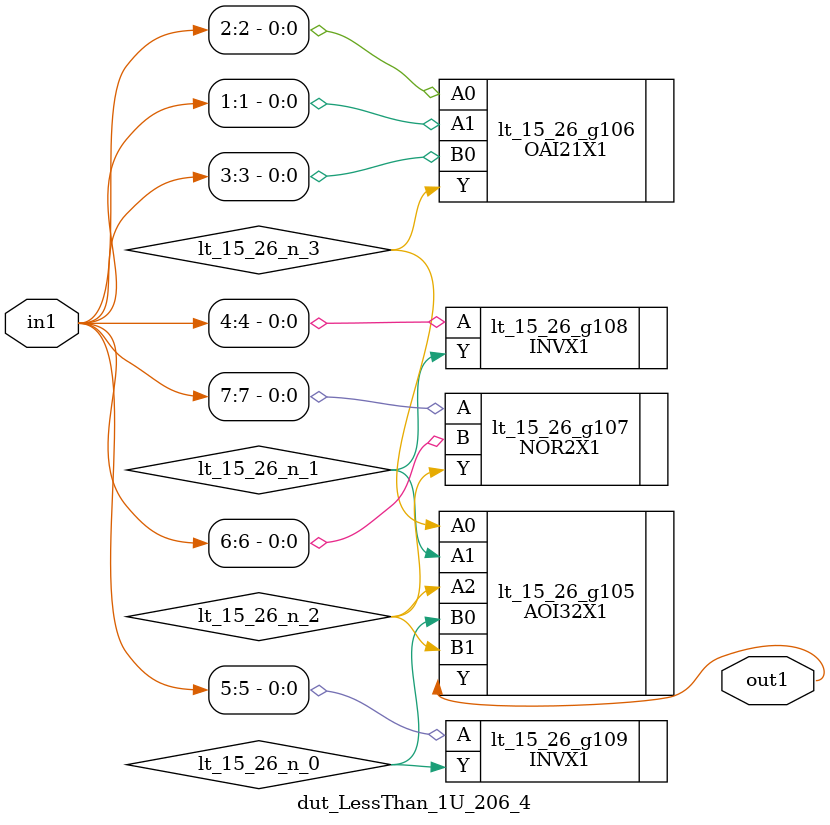
<source format=v>
`timescale 1ps / 1ps


module dut_LessThan_1U_206_4(in1, out1);
  input [7:0] in1;
  output out1;
  wire [7:0] in1;
  wire out1;
  wire lt_15_26_n_0, lt_15_26_n_1, lt_15_26_n_2, lt_15_26_n_3;
  AOI32X1 lt_15_26_g105(.A0 (lt_15_26_n_3), .A1 (lt_15_26_n_1), .A2
       (lt_15_26_n_2), .B0 (lt_15_26_n_0), .B1 (lt_15_26_n_2), .Y
       (out1));
  OAI21X1 lt_15_26_g106(.A0 (in1[2]), .A1 (in1[1]), .B0 (in1[3]), .Y
       (lt_15_26_n_3));
  NOR2X1 lt_15_26_g107(.A (in1[7]), .B (in1[6]), .Y (lt_15_26_n_2));
  INVX1 lt_15_26_g108(.A (in1[4]), .Y (lt_15_26_n_1));
  INVX1 lt_15_26_g109(.A (in1[5]), .Y (lt_15_26_n_0));
endmodule



</source>
